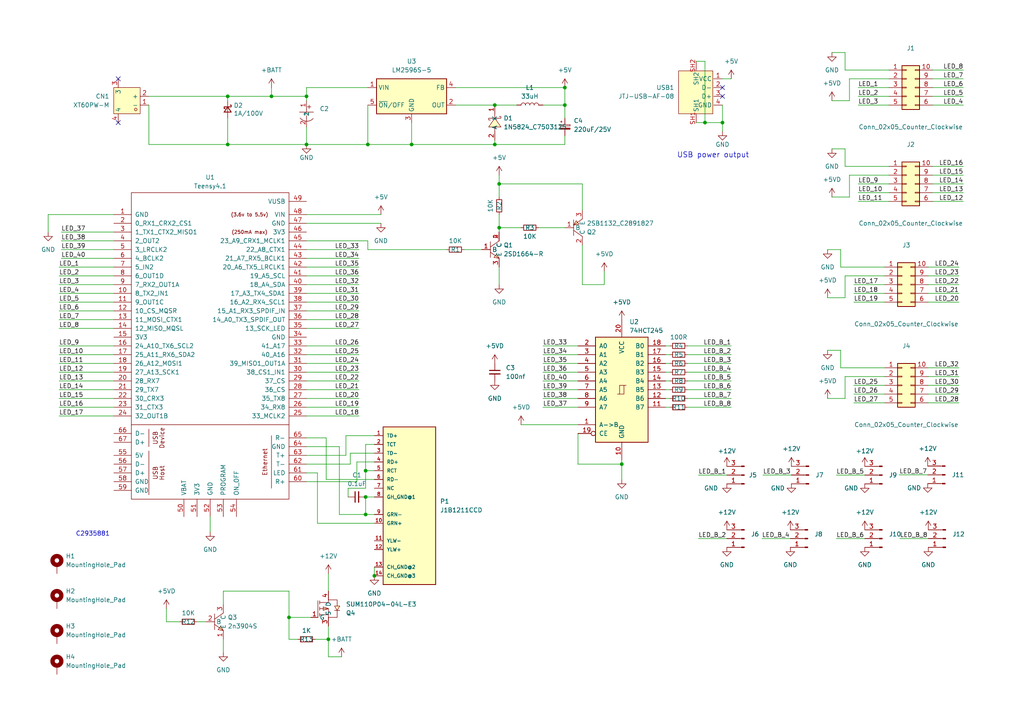
<source format=kicad_sch>
(kicad_sch (version 20231120) (generator "eeschema") (generator_version "8.0")
  (paper "A4")
  (junction (at 209.55 35.56))
  (junction (at 106.68 41.91))
  (junction (at 66.04 27.94))
  (junction (at 163.83 25.4))
  (junction (at 119.38 41.91))
  (junction (at 106.045 144.145))
  (junction (at 144.78 66.04))
  (junction (at 180.34 134.62))
  (junction (at 106.045 136.525))
  (junction (at 144.78 53.34))
  (junction (at 143.51 41.91))
  (junction (at 163.83 30.48))
  (junction (at 108.585 167.005))
  (junction (at 95.25 185.42))
  (junction (at 204.47 35.56))
  (junction (at 83.82 179.07))
  (junction (at 106.045 149.225))
  (junction (at 88.9 41.91))
  (junction (at 143.51 30.48))
  (junction (at 88.9 27.94))
  (junction (at 66.04 41.91))
  (junction (at 78.74 27.94))
  (no_connect (at 34.29 35.56))
  (no_connect (at 209.55 27.94))
  (no_connect (at 209.55 25.4))
  (no_connect (at 34.29 22.86))
  (wire (pts (xy 194.31 115.57) (xy 193.04 115.57)))
  (wire (pts (xy 212.09 105.41) (xy 199.39 105.41)))
  (wire (pts (xy 157.48 105.41) (xy 167.64 105.41)))
  (wire (pts (xy 194.31 105.41) (xy 193.04 105.41)))
  (wire (pts (xy 17.145 100.33) (xy 33.02 100.33)))
  (wire (pts (xy 204.47 35.56) (xy 209.55 35.56)))
  (wire (pts (xy 143.51 41.91) (xy 143.51 40.64)))
  (wire (pts (xy 95.25 190.5) (xy 95.25 185.42)))
  (wire (pts (xy 66.04 34.29) (xy 66.04 41.91)))
  (wire (pts (xy 144.78 66.04) (xy 151.13 66.04)))
  (wire (pts (xy 88.9 100.33) (xy 104.14 100.33)))
  (wire (pts (xy 108.585 133.985) (xy 103.505 133.985)))
  (wire (pts (xy 95.25 166.37) (xy 95.25 171.45)))
  (wire (pts (xy 209.55 38.1) (xy 209.55 35.56)))
  (wire (pts (xy 245.11 109.22) (xy 256.54 109.22)))
  (wire (pts (xy 83.82 171.45) (xy 83.82 179.07)))
  (wire (pts (xy 279.4 53.34) (xy 270.51 53.34)))
  (wire (pts (xy 104.14 82.55) (xy 88.9 82.55)))
  (wire (pts (xy 106.045 141.605) (xy 106.045 136.525)))
  (wire (pts (xy 64.77 171.45) (xy 83.82 171.45)))
  (wire (pts (xy 243.84 77.47) (xy 256.54 77.47)))
  (wire (pts (xy 194.31 113.03) (xy 193.04 113.03)))
  (wire (pts (xy 119.38 41.91) (xy 143.51 41.91)))
  (wire (pts (xy 144.78 66.04) (xy 144.78 67.31)))
  (wire (pts (xy 48.26 176.53) (xy 48.26 180.34)))
  (wire (pts (xy 279.4 58.42) (xy 270.51 58.42)))
  (wire (pts (xy 144.78 77.47) (xy 144.78 82.55)))
  (wire (pts (xy 247.65 116.84) (xy 256.54 116.84)))
  (wire (pts (xy 88.9 129.54) (xy 98.425 129.54)))
  (wire (pts (xy 88.9 132.08) (xy 100.33 132.08)))
  (wire (pts (xy 242.57 156.21) (xy 250.825 156.21)))
  (wire (pts (xy 149.86 30.48) (xy 143.51 30.48)))
  (wire (pts (xy 279.4 50.8) (xy 270.51 50.8)))
  (wire (pts (xy 104.14 90.17) (xy 88.9 90.17)))
  (wire (pts (xy 17.145 90.17) (xy 33.02 90.17)))
  (wire (pts (xy 278.13 116.84) (xy 269.24 116.84)))
  (wire (pts (xy 106.045 136.525) (xy 108.585 136.525)))
  (wire (pts (xy 17.145 95.25) (xy 33.02 95.25)))
  (wire (pts (xy 278.13 114.3) (xy 269.24 114.3)))
  (wire (pts (xy 151.13 123.19) (xy 167.64 123.19)))
  (wire (pts (xy 245.11 15.24) (xy 245.11 20.32)))
  (wire (pts (xy 279.4 20.32) (xy 270.51 20.32)))
  (wire (pts (xy 108.585 149.225) (xy 106.045 149.225)))
  (wire (pts (xy 247.65 114.3) (xy 256.54 114.3)))
  (wire (pts (xy 247.65 82.55) (xy 256.54 82.55)))
  (wire (pts (xy 60.96 154.305) (xy 60.96 149.86)))
  (wire (pts (xy 167.64 125.73) (xy 167.64 134.62)))
  (wire (pts (xy 246.38 50.8) (xy 257.81 50.8)))
  (wire (pts (xy 240.03 86.36) (xy 245.11 86.36)))
  (wire (pts (xy 157.48 30.48) (xy 163.83 30.48)))
  (wire (pts (xy 180.34 139.065) (xy 180.34 134.62)))
  (wire (pts (xy 157.48 118.11) (xy 167.64 118.11)))
  (wire (pts (xy 194.31 110.49) (xy 193.04 110.49)))
  (wire (pts (xy 66.04 41.91) (xy 88.9 41.91)))
  (wire (pts (xy 100.965 141.605) (xy 106.045 141.605)))
  (wire (pts (xy 91.44 185.42) (xy 95.25 185.42)))
  (wire (pts (xy 17.145 82.55) (xy 33.02 82.55)))
  (wire (pts (xy 241.3 15.24) (xy 245.11 15.24)))
  (wire (pts (xy 156.21 66.04) (xy 163.83 66.04)))
  (wire (pts (xy 43.18 30.48) (xy 43.18 41.91)))
  (wire (pts (xy 167.64 134.62) (xy 180.34 134.62)))
  (wire (pts (xy 260.985 156.21) (xy 269.24 156.21)))
  (wire (pts (xy 248.92 58.42) (xy 257.81 58.42)))
  (wire (pts (xy 248.92 30.48) (xy 257.81 30.48)))
  (wire (pts (xy 132.08 25.4) (xy 163.83 25.4)))
  (wire (pts (xy 168.91 71.12) (xy 168.91 82.55)))
  (wire (pts (xy 88.9 77.47) (xy 104.14 77.47)))
  (wire (pts (xy 245.11 86.36) (xy 245.11 80.01)))
  (wire (pts (xy 247.65 87.63) (xy 256.54 87.63)))
  (wire (pts (xy 78.74 27.94) (xy 88.9 27.94)))
  (wire (pts (xy 108.585 128.905) (xy 106.045 128.905)))
  (wire (pts (xy 17.145 113.03) (xy 33.02 113.03)))
  (wire (pts (xy 163.83 25.4) (xy 163.83 30.48)))
  (wire (pts (xy 88.9 74.93) (xy 104.14 74.93)))
  (wire (pts (xy 279.4 48.26) (xy 270.51 48.26)))
  (wire (pts (xy 248.92 25.4) (xy 257.81 25.4)))
  (wire (pts (xy 103.505 139.7) (xy 88.9 139.7)))
  (wire (pts (xy 248.92 55.88) (xy 257.81 55.88)))
  (wire (pts (xy 202.565 156.21) (xy 210.82 156.21)))
  (wire (pts (xy 94.615 127) (xy 94.615 139.065)))
  (wire (pts (xy 104.14 85.09) (xy 88.9 85.09)))
  (wire (pts (xy 240.03 101.6) (xy 243.84 101.6)))
  (wire (pts (xy 157.48 113.03) (xy 167.64 113.03)))
  (wire (pts (xy 98.425 149.225) (xy 106.045 149.225)))
  (wire (pts (xy 157.48 102.87) (xy 167.64 102.87)))
  (wire (pts (xy 157.48 100.33) (xy 167.64 100.33)))
  (wire (pts (xy 43.18 41.91) (xy 66.04 41.91)))
  (wire (pts (xy 245.11 43.18) (xy 245.11 48.26)))
  (wire (pts (xy 278.13 109.22) (xy 269.24 109.22)))
  (wire (pts (xy 242.57 137.795) (xy 250.825 137.795)))
  (wire (pts (xy 201.93 35.56) (xy 204.47 35.56)))
  (wire (pts (xy 33.02 69.85) (xy 17.78 69.85)))
  (wire (pts (xy 78.74 25.4) (xy 78.74 27.94)))
  (wire (pts (xy 212.09 113.03) (xy 199.39 113.03)))
  (wire (pts (xy 99.06 190.5) (xy 95.25 190.5)))
  (wire (pts (xy 279.4 55.88) (xy 270.51 55.88)))
  (wire (pts (xy 13.97 67.31) (xy 13.97 62.23)))
  (wire (pts (xy 101.6 131.445) (xy 101.6 134.62)))
  (wire (pts (xy 103.505 133.985) (xy 103.505 139.7)))
  (wire (pts (xy 247.65 111.76) (xy 256.54 111.76)))
  (wire (pts (xy 202.565 137.795) (xy 210.82 137.795)))
  (wire (pts (xy 240.03 115.57) (xy 245.11 115.57)))
  (wire (pts (xy 119.38 35.56) (xy 119.38 41.91)))
  (wire (pts (xy 88.9 29.21) (xy 88.9 27.94)))
  (wire (pts (xy 168.91 82.55) (xy 175.26 82.55)))
  (wire (pts (xy 144.78 53.34) (xy 144.78 57.15)))
  (wire (pts (xy 106.045 149.225) (xy 106.045 144.145)))
  (wire (pts (xy 17.145 102.87) (xy 33.02 102.87)))
  (wire (pts (xy 163.83 39.37) (xy 163.83 41.91)))
  (wire (pts (xy 83.82 179.07) (xy 90.17 179.07)))
  (wire (pts (xy 163.83 41.91) (xy 143.51 41.91)))
  (wire (pts (xy 88.9 113.03) (xy 104.14 113.03)))
  (wire (pts (xy 119.38 41.91) (xy 106.68 41.91)))
  (wire (pts (xy 278.13 85.09) (xy 269.24 85.09)))
  (wire (pts (xy 88.9 95.25) (xy 104.14 95.25)))
  (wire (pts (xy 278.13 111.76) (xy 269.24 111.76)))
  (wire (pts (xy 201.93 17.78) (xy 204.47 17.78)))
  (wire (pts (xy 134.62 72.39) (xy 139.7 72.39)))
  (wire (pts (xy 241.3 43.18) (xy 245.11 43.18)))
  (wire (pts (xy 17.145 80.01) (xy 33.02 80.01)))
  (wire (pts (xy 144.78 50.8) (xy 144.78 53.34)))
  (wire (pts (xy 212.09 22.86) (xy 209.55 22.86)))
  (wire (pts (xy 157.48 107.95) (xy 167.64 107.95)))
  (wire (pts (xy 33.02 74.93) (xy 17.78 74.93)))
  (wire (pts (xy 17.145 77.47) (xy 33.02 77.47)))
  (wire (pts (xy 212.09 115.57) (xy 199.39 115.57)))
  (wire (pts (xy 245.11 48.26) (xy 257.81 48.26)))
  (wire (pts (xy 241.3 57.15) (xy 246.38 57.15)))
  (wire (pts (xy 88.9 80.01) (xy 104.14 80.01)))
  (wire (pts (xy 163.83 30.48) (xy 163.83 34.29)))
  (wire (pts (xy 17.145 110.49) (xy 33.02 110.49)))
  (wire (pts (xy 17.145 107.95) (xy 33.02 107.95)))
  (wire (pts (xy 88.9 105.41) (xy 104.14 105.41)))
  (wire (pts (xy 143.51 30.48) (xy 132.08 30.48)))
  (wire (pts (xy 88.9 87.63) (xy 104.14 87.63)))
  (wire (pts (xy 209.55 35.56) (xy 209.55 30.48)))
  (wire (pts (xy 220.98 156.21) (xy 229.235 156.21)))
  (wire (pts (xy 212.09 107.95) (xy 199.39 107.95)))
  (wire (pts (xy 106.68 41.91) (xy 106.68 30.48)))
  (wire (pts (xy 83.82 179.07) (xy 83.82 185.42)))
  (wire (pts (xy 240.03 72.39) (xy 243.84 72.39)))
  (wire (pts (xy 278.13 106.68) (xy 269.24 106.68)))
  (wire (pts (xy 278.13 87.63) (xy 269.24 87.63)))
  (wire (pts (xy 17.145 85.09) (xy 33.02 85.09)))
  (wire (pts (xy 17.145 115.57) (xy 33.02 115.57)))
  (wire (pts (xy 246.38 57.15) (xy 246.38 50.8)))
  (wire (pts (xy 212.09 110.49) (xy 199.39 110.49)))
  (wire (pts (xy 64.77 189.23) (xy 64.77 185.42)))
  (wire (pts (xy 100.33 126.365) (xy 108.585 126.365)))
  (wire (pts (xy 94.615 139.065) (xy 108.585 139.065)))
  (wire (pts (xy 279.4 22.86) (xy 270.51 22.86)))
  (wire (pts (xy 168.91 53.34) (xy 168.91 60.96)))
  (wire (pts (xy 157.48 115.57) (xy 167.64 115.57)))
  (wire (pts (xy 106.68 72.39) (xy 129.54 72.39)))
  (wire (pts (xy 212.09 118.11) (xy 199.39 118.11)))
  (wire (pts (xy 92.075 137.16) (xy 88.9 137.16)))
  (wire (pts (xy 95.25 185.42) (xy 95.25 181.61)))
  (wire (pts (xy 101.6 134.62) (xy 88.9 134.62)))
  (wire (pts (xy 17.145 118.11) (xy 33.02 118.11)))
  (wire (pts (xy 88.9 72.39) (xy 104.14 72.39)))
  (wire (pts (xy 98.425 129.54) (xy 98.425 149.225)))
  (wire (pts (xy 17.145 120.65) (xy 33.02 120.65)))
  (wire (pts (xy 33.02 72.39) (xy 17.78 72.39)))
  (wire (pts (xy 168.91 53.34) (xy 144.78 53.34)))
  (wire (pts (xy 260.819 137.7212) (xy 269.074 137.7212)))
  (wire (pts (xy 64.77 171.45) (xy 64.77 175.26)))
  (wire (pts (xy 246.38 22.86) (xy 257.81 22.86)))
  (wire (pts (xy 57.15 180.34) (xy 59.69 180.34)))
  (wire (pts (xy 110.49 64.77) (xy 88.9 64.77)))
  (wire (pts (xy 248.92 27.94) (xy 257.81 27.94)))
  (wire (pts (xy 175.26 82.55) (xy 175.26 78.74)))
  (wire (pts (xy 248.92 53.34) (xy 257.81 53.34)))
  (wire (pts (xy 17.145 105.41) (xy 33.02 105.41)))
  (wire (pts (xy 180.34 134.62) (xy 180.34 133.35)))
  (wire (pts (xy 48.26 180.34) (xy 52.07 180.34)))
  (wire (pts (xy 241.3 29.21) (xy 246.38 29.21)))
  (wire (pts (xy 246.38 29.21) (xy 246.38 22.86)))
  (wire (pts (xy 43.18 27.94) (xy 66.04 27.94)))
  (wire (pts (xy 279.4 30.48) (xy 270.51 30.48)))
  (wire (pts (xy 88.9 36.83) (xy 88.9 41.91)))
  (wire (pts (xy 245.11 115.57) (xy 245.11 109.22)))
  (wire (pts (xy 204.47 17.78) (xy 204.47 35.56)))
  (wire (pts (xy 194.31 107.95) (xy 193.04 107.95)))
  (wire (pts (xy 194.31 118.11) (xy 193.04 118.11)))
  (wire (pts (xy 108.585 164.465) (xy 108.585 167.005)))
  (wire (pts (xy 108.585 144.145) (xy 106.045 144.145)))
  (wire (pts (xy 245.11 20.32) (xy 257.81 20.32)))
  (wire (pts (xy 88.9 115.57) (xy 104.14 115.57)))
  (wire (pts (xy 88.9 69.85) (xy 106.68 69.85)))
  (wire (pts (xy 88.9 110.49) (xy 104.14 110.49)))
  (wire (pts (xy 92.075 151.765) (xy 92.075 137.16)))
  (wire (pts (xy 106.045 128.905) (xy 106.045 136.525)))
  (wire (pts (xy 100.33 132.08) (xy 100.33 126.365)))
  (wire (pts (xy 88.9 107.95) (xy 104.14 107.95)))
  (wire (pts (xy 278.13 80.01) (xy 269.24 80.01)))
  (wire (pts (xy 247.65 85.09) (xy 256.54 85.09)))
  (wire (pts (xy 88.9 102.87) (xy 104.14 102.87)))
  (wire (pts (xy 88.9 118.11) (xy 104.14 118.11)))
  (wire (pts (xy 194.31 102.87) (xy 193.04 102.87)))
  (wire (pts (xy 88.9 127) (xy 94.615 127)))
  (wire (pts (xy 279.4 25.4) (xy 270.51 25.4)))
  (wire (pts (xy 212.09 102.87) (xy 199.39 102.87)))
  (wire (pts (xy 194.31 100.33) (xy 193.04 100.33)))
  (wire (pts (xy 278.13 77.47) (xy 269.24 77.47)))
  (wire (pts (xy 100.965 144.145) (xy 100.965 141.605)))
  (wire (pts (xy 78.74 27.94) (xy 66.04 27.94)))
  (wire (pts (xy 106.68 69.85) (xy 106.68 72.39)))
  (wire (pts (xy 88.9 25.4) (xy 106.68 25.4)))
  (wire (pts (xy 108.585 131.445) (xy 101.6 131.445)))
  (wire (pts (xy 13.97 62.23) (xy 33.02 62.23)))
  (wire (pts (xy 33.02 67.31) (xy 17.78 67.31)))
  (wire (pts (xy 279.4 27.94) (xy 270.51 27.94)))
  (wire (pts (xy 243.84 106.68) (xy 256.54 106.68)))
  (wire (pts (xy 144.78 62.23) (xy 144.78 66.04)))
  (wire (pts (xy 243.84 101.6) (xy 243.84 106.68)))
  (wire (pts (xy 212.09 100.33) (xy 199.39 100.33)))
  (wire (pts (xy 83.82 185.42) (xy 86.36 185.42)))
  (wire (pts (xy 243.84 72.39) (xy 243.84 77.47)))
  (wire (pts (xy 245.11 80.01) (xy 256.54 80.01)))
  (wire (pts (xy 157.48 110.49) (xy 167.64 110.49)))
  (wire (pts (xy 108.585 151.765) (xy 92.075 151.765)))
  (wire (pts (xy 110.49 62.23) (xy 88.9 62.23)))
  (wire (pts (xy 17.145 87.63) (xy 33.02 87.63)))
  (wire (pts (xy 66.04 27.94) (xy 66.04 29.21)))
  (wire (pts (xy 88.9 92.71) (xy 104.14 92.71)))
  (wire (pts (xy 278.13 82.55) (xy 269.24 82.55)))
  (wire (pts (xy 88.9 27.94) (xy 88.9 25.4)))
  (wire (pts (xy 221.286 137.7807) (xy 229.541 137.7807)))
  (wire (pts (xy 104.14 120.65) (xy 88.9 120.65)))
  (wire (pts (xy 17.145 92.71) (xy 33.02 92.71)))
  (wire (pts (xy 88.9 41.91) (xy 106.68 41.91)))
  (text "C2935881" (at 26.924 154.94 0) (effects (font (size 1.27 1.27))))
  (text "USB power output" (at 196.342 45.974 0) (effects (font (size 1.524 1.524)) (justify left bottom)))
  (label "LED_18" (at 104.14 120.65 180))
  (label "LED_13" (at 279.4 55.88 180))
  (label "LED_2" (at 17.145 80.01 0))
  (label "LED_25" (at 247.65 111.76 0))
  (label "LED_19" (at 104.14 118.11 180))
  (label "LED_39" (at 17.78 72.39 0))
  (label "LED_26" (at 104.14 100.33 180))
  (label "LED_5" (at 17.145 87.63 0))
  (label "LED_20" (at 278.13 87.63 180))
  (label "LED_5" (at 279.4 27.94 180))
  (label "LED_7" (at 17.145 92.71 0))
  (label "LED_9" (at 248.92 53.34 0))
  (label "LED_23" (at 278.13 80.01 180))
  (label "LED_29" (at 104.14 90.17 180))
  (label "LED_4" (at 17.145 85.09 0))
  (label "LED_B_6" (at 212.09 113.03 180))
  (label "LED_19" (at 247.65 87.63 0))
  (label "LED_4" (at 279.4 30.48 180))
  (label "LED_3" (at 17.145 82.55 0))
  (label "LED_B_4" (at 212.09 107.95 180))
  (label "LED_12" (at 279.4 58.42 180))
  (label "LED_24" (at 104.14 105.41 180))
  (label "LED_6" (at 279.4 25.4 180))
  (label "LED_27" (at 104.14 95.25 180))
  (label "LED_B_1" (at 202.565 137.795 0))
  (label "LED_36" (at 104.14 80.01 180))
  (label "LED_8" (at 279.4 20.32 180))
  (label "LED_11" (at 17.145 105.41 0))
  (label "LED_30" (at 278.13 111.76 180))
  (label "LED_33" (at 104.14 72.39 180))
  (label "LED_6" (at 17.145 90.17 0))
  (label "LED_28" (at 278.13 116.84 180))
  (label "LED_38" (at 157.48 115.57 0))
  (label "LED_B_7" (at 260.819 137.7212 0))
  (label "LED_35" (at 104.14 77.47 180))
  (label "LED_17" (at 247.65 82.55 0))
  (label "LED_35" (at 157.48 105.41 0))
  (label "LED_24" (at 278.13 77.47 180))
  (label "LED_14" (at 279.4 53.34 180))
  (label "LED_39" (at 157.48 113.03 0))
  (label "LED_9" (at 17.145 100.33 0))
  (label "LED_11" (at 248.92 58.42 0))
  (label "LED_B_5" (at 212.09 110.49 180))
  (label "LED_B_2" (at 202.565 156.21 0))
  (label "LED_34" (at 157.48 102.87 0))
  (label "LED_29" (at 278.13 114.3 180))
  (label "LED_21" (at 104.14 113.03 180))
  (label "LED_18" (at 247.65 85.09 0))
  (label "LED_B_8" (at 212.09 118.11 180))
  (label "LED_21" (at 278.13 85.09 180))
  (label "LED_13" (at 17.145 110.49 0))
  (label "LED_1" (at 17.145 77.47 0))
  (label "LED_32" (at 278.13 106.68 180))
  (label "LED_B_2" (at 212.09 102.87 180))
  (label "LED_B_8" (at 260.985 156.21 0))
  (label "LED_38" (at 17.78 69.85 0))
  (label "LED_17" (at 17.145 120.65 0))
  (label "LED_10" (at 17.145 102.87 0))
  (label "LED_14" (at 17.145 113.03 0))
  (label "LED_B_3" (at 212.09 105.41 180))
  (label "LED_36" (at 157.48 107.95 0))
  (label "LED_25" (at 104.14 102.87 180))
  (label "LED_12" (at 17.145 107.95 0))
  (label "LED_23" (at 104.14 107.95 180))
  (label "LED_16" (at 17.145 118.11 0))
  (label "LED_15" (at 279.4 50.8 180))
  (label "LED_7" (at 279.4 22.86 180))
  (label "LED_20" (at 104.14 115.57 180))
  (label "LED_27" (at 247.65 116.84 0))
  (label "LED_3" (at 248.92 30.48 0))
  (label "LED_37" (at 157.48 118.11 0))
  (label "LED_16" (at 279.4 48.26 180))
  (label "LED_34" (at 104.14 74.93 180))
  (label "LED_30" (at 104.14 87.63 180))
  (label "LED_33" (at 157.48 100.33 0))
  (label "LED_B_1" (at 212.09 100.33 180))
  (label "LED_31" (at 104.14 85.09 180))
  (label "LED_B_3" (at 221.286 137.7807 0))
  (label "LED_B_6" (at 242.57 156.21 0))
  (label "LED_40" (at 157.48 110.49 0))
  (label "LED_1" (at 248.92 25.4 0))
  (label "LED_B_5" (at 242.57 137.795 0))
  (label "LED_B_4" (at 220.98 156.21 0))
  (label "LED_31" (at 278.13 109.22 180))
  (label "LED_10" (at 248.92 55.88 0))
  (label "LED_B_7" (at 212.09 115.57 180))
  (label "LED_32" (at 104.14 82.55 180))
  (label "LED_40" (at 17.78 74.93 0))
  (label "LED_26" (at 247.65 114.3 0))
  (label "LED_22" (at 104.14 110.49 180))
  (label "LED_15" (at 17.145 115.57 0))
  (label "LED_28" (at 104.14 92.71 180))
  (label "LED_22" (at 278.13 82.55 180))
  (label "LED_8" (at 17.145 95.25 0))
  (label "LED_2" (at 248.92 27.94 0))
  (label "LED_37" (at 17.78 67.31 0))
  (symbol (lib_id "Regulator_Switching:LM2596S-5") (at 119.38 27.94 0) (unit 1)
    (property "Reference" "U3" (at 119.38 17.78 0))
    (property "Value" "LM2596S-5" (at 119.38 20.32 0))
    (property "Footprint" "Package_TO_SOT_SMD:TO-263-5_TabPin3" (effects (hide yes)))
    (property "Datasheet" "http://www.ti.com/lit/ds/symlink/lm2596.pdf" (effects (hide yes)))
  )
  (symbol (lib_id "power:GND") (at 108.585 167.005 0) (unit 1)
    (property "Reference" "#PWR09" (effects (hide yes)))
    (property "Value" "GND" (at 108.585 172.085 0))
  )
  (symbol (lib_id "power:+BATT") (at 78.74 25.4 0) (unit 1)
    (property "Reference" "#PWR018" (effects (hide yes)))
    (property "Value" "+BATT" (at 78.74 20.32 0))
  )
  (symbol (lib_id "power:GND") (at 143.51 110.49 0) (unit 1)
    (property "Reference" "#PWR022" (effects (hide yes)))
    (property "Value" "GND" (at 143.51 115.57 0))
  )
  (symbol (lib_id "power:GND") (at 180.34 139.065 0) (unit 1)
    (property "Reference" "#PWR025" (effects (hide yes)))
    (property "Value" "GND" (at 180.34 144.145 0))
  )
  (symbol (lib_id "easyeda2kicad:2n3904S-RTK_PS_C18536") (at 62.23 180.34 0) (unit 1)
    (property "Reference" "Q3" (at 66.04 179.0699 0) (effects (justify left)))
    (property "Value" "2n3904S" (at 66.04 181.6099 0) (effects (justify left)))
    (property "Footprint" "easyeda2kicad:SOT-23-3_L2.9-W1.3-P1.90-LS2.4-TR" (effects (hide yes)))
    (property "Datasheet" "https://lcsc.com/product-detail/Transistors-NPN-PNP_KEC_2n3904S-RTK-P_2n3904S-RTK-P_C18536.html" (effects (hide yes)))
    (property "LCSC Part" "C18536" (effects (hide yes)))
  )
  (symbol (lib_id "Device:R_Small") (at 196.85 102.87 90) (unit 1)
    (property "Reference" "R5" (at 196.85 102.87 90))
    (property "Value" "100R" (effects (hide yes)))
    (property "Footprint" "Resistor_SMD:R_0603_1608Metric" (effects (hide yes)))
  )
  (symbol (lib_id "Connector:Conn_01x03_Pin") (at 274.154 137.7212 180) (unit 1)
    (property "Reference" "J11" (at 276.059 137.7211 0) (effects (justify right)))
    (property "Value" "Conn_01x03_Pin" (effects (hide yes)))
    (property "Footprint" "Connector_PinSocket_2.54mm:PinSocket_1x03_P2.54mm_Vertical" (effects (hide yes)))
  )
  (symbol (lib_id "power:GND") (at 60.96 154.305 0) (unit 1)
    (property "Reference" "#PWR04" (effects (hide yes)))
    (property "Value" "GND" (at 60.96 159.385 0))
  )
  (symbol (lib_id "power:+5VD") (at 151.13 123.19 0) (unit 1)
    (property "Reference" "#PWR023" (effects (hide yes)))
    (property "Value" "+5VD" (at 151.13 118.11 0))
  )
  (symbol (lib_id "power:GND") (at 210.82 158.75 0) (unit 1)
    (property "Reference" "#PWR029" (effects (hide yes)))
    (property "Value" "GND" (at 210.82 163.83 0))
  )
  (symbol (lib_id "J1B1211CCD:J1B1211CCD") (at 118.745 146.685 0) (unit 1)
    (property "Reference" "P1" (at 127.635 145.415 0) (effects (justify left)))
    (property "Value" "J1B1211CCD" (at 127.635 147.955 0) (effects (justify left)))
    (property "Footprint" "easyeda2kicad:RJ45-TH_J1B1211CCD" (effects (hide yes)))
    (property "Description" "\n1 Port RJ45 Magjack Connector Through Hole 10/100 Base-T, AutoMDIX\n" (effects (hide yes)))
    (property "MF" "WIZnet" (effects (hide yes)))
    (property "Purchase-URL" "https://www.snapeda.com/api/url_track_click_mouser/?unipart_id=4792154&manufacturer=WIZnet&part_name=J1B1211CCD&search_term=None" (effects (hide yes)))
    (property "Package" "None" (effects (hide yes)))
    (property "Price" "None" (effects (hide yes)))
    (property "Check_prices" "https://www.snapeda.com/parts/J1B1211CCD/WIZnet/view-part/?ref=eda" (effects (hide yes)))
    (property "SnapEDA_Link" "https://www.snapeda.com/parts/J1B1211CCD/WIZnet/view-part/?ref=snap" (effects (hide yes)))
    (property "MP" "J1B1211CCD" (effects (hide yes)))
    (property "Availability" "In Stock" (effects (hide yes)))
    (property "LCSC Part" "C910371" (effects (hide yes)))
  )
  (symbol (lib_id "easyeda2kicad:2SB1132_C2891827") (at 168.91 66.04 0) (mirror x) (unit 1)
    (property "Reference" "Q2" (at 170.18 67.3101 0) (effects (justify left)))
    (property "Value" "2SB1132_C2891827" (at 170.18 64.7701 0) (effects (justify left)))
    (property "Footprint" "easyeda2kicad:SOT-89-3_L4.5-W2.5-P1.50-LS4.0-BR" (effects (hide yes)))
    (property "LCSC Part" "C2891827" (effects (hide yes)))
  )
  (symbol (lib_id "Device:C_Small") (at 103.505 144.145 90) (unit 1)
    (property "Reference" "C1" (at 103.5113 137.795 90))
    (property "Value" "0.1uF" (at 103.5113 140.335 90))
    (property "Footprint" "easyeda2kicad:CAP-TH_L3.8-W2.5-P2.50-D0.51" (effects (hide yes)))
    (property "LCSC Part" "C575458" (effects (hide yes)))
  )
  (symbol (lib_id "power:+12V") (at 269.074 135.1812 0) (unit 1)
    (property "Reference" "#PWR039" (effects (hide yes)))
    (property "Value" "+12V" (at 269.074 130.1012 0))
  )
  (symbol (lib_id "power:+5V") (at 144.78 50.8 0) (unit 1)
    (property "Reference" "#PWR017" (effects (hide yes)))
    (property "Value" "+5V" (at 144.78 45.72 0))
  )
  (symbol (lib_id "Device:R_Small") (at 132.08 72.39 90) (unit 1)
    (property "Reference" "R1" (at 132.08 72.39 90))
    (property "Value" "10K" (at 132.08 69.85 90))
    (property "Footprint" "Resistor_SMD:R_0603_1608Metric" (effects (hide yes)))
  )
  (symbol (lib_id "power:GND") (at 269.24 158.75 0) (unit 1)
    (property "Reference" "#PWR042" (effects (hide yes)))
    (property "Value" "GND" (at 269.24 163.83 0))
  )
  (symbol (lib_id "Connector:Conn_01x03_Pin") (at 234.315 156.21 180) (unit 1)
    (property "Reference" "J8" (at 236.22 154.94 0) (effects (justify right)))
    (property "Value" "Conn_01x03_Pin" (effects (hide yes)))
    (property "Footprint" "Connector_PinSocket_2.54mm:PinSocket_1x03_P2.54mm_Vertical" (effects (hide yes)))
  )
  (symbol (lib_id "power:+5V") (at 110.49 62.23 0) (unit 1)
    (property "Reference" "#PWR07" (effects (hide yes)))
    (property "Value" "+5V" (at 110.49 57.15 0))
  )
  (symbol (lib_id "Connector:Conn_01x03_Pin") (at 234.621 137.7807 180) (unit 1)
    (property "Reference" "J7" (at 236.526 137.7806 0) (effects (justify right)))
    (property "Value" "Conn_01x03_Pin" (effects (hide yes)))
    (property "Footprint" "Connector_PinSocket_2.54mm:PinSocket_1x03_P2.54mm_Vertical" (effects (hide yes)))
  )
  (symbol (lib_id "power:+5VD") (at 240.03 115.57 0) (unit 1)
    (property "Reference" "#PWR015" (effects (hide yes)))
    (property "Value" "+5VD" (at 240.03 110.49 0))
  )
  (symbol (lib_id "power:+12V") (at 269.24 153.67 0) (unit 1)
    (property "Reference" "#PWR041" (effects (hide yes)))
    (property "Value" "+12V" (at 269.24 148.59 0))
  )
  (symbol (lib_id "power:+12V") (at 210.82 135.255 0) (unit 1)
    (property "Reference" "#PWR026" (effects (hide yes)))
    (property "Value" "+12V" (at 210.82 130.81 0))
  )
  (symbol (lib_id "Device:R_Small") (at 54.61 180.34 90) (unit 1)
    (property "Reference" "R12" (at 54.61 180.34 90))
    (property "Value" "10K" (at 54.61 177.8 90))
    (property "Footprint" "Resistor_SMD:R_0603_1608Metric" (effects (hide yes)))
  )
  (symbol (lib_id "power:+12V") (at 229.541 135.2407 0) (unit 1)
    (property "Reference" "#PWR030" (effects (hide yes)))
    (property "Value" "+12V" (at 229.541 130.1607 0))
  )
  (symbol (lib_id "teensy:Teensy4.1") (at 60.96 116.84 0) (unit 1)
    (property "Reference" "U1" (at 60.96 51.435 0))
    (property "Value" "Teensy4.1" (at 60.96 53.975 0))
    (property "Footprint" "teensy.pretty-master:Teensy41" (effects (hide yes)))
    (property "LCSC Part" "C2935881" (effects (hide yes)))
  )
  (symbol (lib_id "Mechanical:MountingHole_Pad") (at 16.51 173.99 0) (unit 1)
    (property "Reference" "H2" (at 19.05 171.45 0) (effects (justify left)))
    (property "Value" "MountingHole_Pad" (at 19.05 173.99 0) (effects (justify left)))
    (property "Footprint" "MountingHole:MountingHole_3.2mm_M3_DIN965_Pad_TopOnly" (effects (hide yes)))
  )
  (symbol (lib_id "Connector:Conn_01x03_Pin") (at 255.905 156.21 180) (unit 1)
    (property "Reference" "J10" (at 257.81 154.94 0) (effects (justify right)))
    (property "Value" "Conn_01x03_Pin" (effects (hide yes)))
    (property "Footprint" "Connector_PinSocket_2.54mm:PinSocket_1x03_P2.54mm_Vertical" (effects (hide yes)))
  )
  (symbol (lib_id "power:+12V") (at 250.825 153.67 0) (unit 1)
    (property "Reference" "#PWR037" (effects (hide yes)))
    (property "Value" "+12V" (at 250.825 148.59 0))
  )
  (symbol (lib_id "Connector_Generic:Conn_02x05_Counter_Clockwise") (at 262.89 53.34 0) (unit 1)
    (property "Reference" "J2" (at 264.16 41.91 0))
    (property "Value" "Conn_02x05_Counter_Clockwise" (at 264.16 64.77 0))
    (property "Footprint" "Connector_IDC:IDC-Header_2x05_P2.54mm_Vertical" (effects (hide yes)))
  )
  (symbol (lib_id "easyeda2kicad:2SD1664-R") (at 142.24 72.39 0) (unit 1)
    (property "Reference" "Q1" (at 146.05 71.12 0) (effects (justify left)))
    (property "Value" "2SD1664-R" (at 146.05 73.66 0) (effects (justify left)))
    (property "Footprint" "easyeda2kicad:SOT-89-4_L4.5-W2.5-P1.50-LS4.2-BR" (effects (hide yes)))
    (property "Datasheet" "https://lcsc.com/product-detail/New-Arrivals_KEXIN-2SD1664-R_C489328.html" (effects (hide yes)))
    (property "LCSC Part" "C489328" (effects (hide yes)))
  )
  (symbol (lib_id "power:GND") (at 13.97 67.31 0) (unit 1)
    (property "Reference" "#PWR01" (effects (hide yes)))
    (property "Value" "GND" (at 13.97 72.39 0))
  )
  (symbol (lib_id "power:GND") (at 250.825 140.335 0) (unit 1)
    (property "Reference" "#PWR036" (effects (hide yes)))
    (property "Value" "GND" (at 248.92 141.6049 0) (effects (justify right)))
  )
  (symbol (lib_id "power:GND") (at 241.3 43.18 0) (unit 1)
    (property "Reference" "#PWR010" (effects (hide yes)))
    (property "Value" "GND" (at 241.3 48.26 0))
  )
  (symbol (lib_id "power:+5VD") (at 143.51 105.41 0) (unit 1)
    (property "Reference" "#PWR021" (effects (hide yes)))
    (property "Value" "+5VD" (at 143.51 100.33 0))
  )
  (symbol (lib_id "Connector:Conn_01x03_Pin") (at 215.9 156.21 180) (unit 1)
    (property "Reference" "J6" (at 217.805 154.94 0) (effects (justify right)))
    (property "Value" "Conn_01x03_Pin" (effects (hide yes)))
    (property "Footprint" "Connector_PinSocket_2.54mm:PinSocket_1x03_P2.54mm_Vertical" (effects (hide yes)))
  )
  (symbol (lib_id "power:GND") (at 64.77 189.23 0) (unit 1)
    (property "Reference" "#PWR045" (effects (hide yes)))
    (property "Value" "GND" (at 64.77 194.31 0))
  )
  (symbol (lib_id "Connector:Conn_01x03_Pin") (at 274.32 156.21 180) (unit 1)
    (property "Reference" "J12" (at 276.225 154.94 0) (effects (justify right)))
    (property "Value" "Conn_01x03_Pin" (effects (hide yes)))
    (property "Footprint" "Connector_PinSocket_2.54mm:PinSocket_1x03_P2.54mm_Vertical" (effects (hide yes)))
  )
  (symbol (lib_id "power:GND") (at 110.49 64.77 0) (unit 1)
    (property "Reference" "#PWR08" (effects (hide yes)))
    (property "Value" "GND" (at 110.49 69.85 0))
  )
  (symbol (lib_id "Device:L") (at 153.67 30.48 90) (unit 1)
    (property "Reference" "L1" (at 153.67 25.4 90))
    (property "Value" "33uH" (at 153.67 27.94 90))
    (property "Footprint" "Inductor_SMD:L_12x12mm_H6mm" (effects (hide yes)))
  )
  (symbol (lib_id "Connector:Conn_01x03_Pin") (at 215.9 137.795 180) (unit 1)
    (property "Reference" "J5" (at 217.17 137.7949 0) (effects (justify right)))
    (property "Value" "Conn_01x03_Pin" (effects (hide yes)))
    (property "Footprint" "Connector_PinSocket_2.54mm:PinSocket_1x03_P2.54mm_Vertical" (effects (hide yes)))
  )
  (symbol (lib_id "Device:R_Small") (at 196.85 118.11 90) (unit 1)
    (property "Reference" "R11" (at 196.85 118.11 90))
    (property "Value" "100R" (effects (hide yes)))
    (property "Footprint" "Resistor_SMD:R_0603_1608Metric" (effects (hide yes)))
  )
  (symbol (lib_id "power:+5V") (at 212.09 22.86 0) (unit 1)
    (property "Reference" "#PWR05" (effects (hide yes)))
    (property "Value" "+5V" (at 212.09 17.78 0))
  )
  (symbol (lib_id "easyeda2kicad:JTJ-USB-AF-08") (at 204.47 27.94 0) (unit 1)
    (property "Reference" "USB1" (at 195.58 25.4 0) (effects (justify right)))
    (property "Value" "JTJ-USB-AF-08" (at 195.58 27.94 0) (effects (justify right)))
    (property "Footprint" "easyeda2kicad:USB-A-TH__USB-AF-90" (effects (hide yes)))
    (property "Datasheet" "https://lcsc.com/product-detail/USB-Connectors_Jing-Extension-of-the-Electronic-Co-LCSC-USB-A-F-900-Ordinary-buckle-Cracked-feet-Not-high-temperature_C2345.html" (effects (hide yes)))
    (property "LCSC Part" "C2345" (effects (hide yes)))
  )
  (symbol (lib_id "power:GND") (at 210.82 140.335 0) (unit 1)
    (property "Reference" "#PWR027" (effects (hide yes)))
    (property "Value" "GND" (at 208.28 141.6049 0) (effects (justify right)))
  )
  (symbol (lib_id "power:+5VD") (at 175.26 78.74 0) (unit 1)
    (property "Reference" "#PWR016" (effects (hide yes)))
    (property "Value" "+5VD" (at 175.26 73.66 0))
  )
  (symbol (lib_id "easyeda2kicad:SUM110P04-04L-E3") (at 95.25 176.53 0) (mirror x) (unit 1)
    (property "Reference" "Q4" (at 100.33 177.8001 0) (effects (justify left)))
    (property "Value" "SUM110P04-04L-E3" (at 100.33 175.2601 0) (effects (justify left)))
    (property "Footprint" "easyeda2kicad:TO-263-2_L10.1-W9.1-P5.08-LS15.2-TL-1" (effects (hide yes)))
    (property "Datasheet" "https://lcsc.com/product-detail/Others_Vishay-Intertech_SUM110P04-04L-E3_Vishay-Intertech-SUM110P04-04L-E3_C222440.html" (effects (hide yes)))
    (property "LCSC Part" "C222440" (effects (hide yes)))
  )
  (symbol (lib_id "Device:R_Small") (at 196.85 115.57 90) (unit 1)
    (property "Reference" "R10" (at 196.85 115.57 90))
    (property "Value" "100R" (effects (hide yes)))
    (property "Footprint" "Resistor_SMD:R_0603_1608Metric" (effects (hide yes)))
  )
  (symbol (lib_id "power:GND") (at 144.78 82.55 0) (unit 1)
    (property "Reference" "#PWR020" (effects (hide yes)))
    (property "Value" "GND" (at 144.78 87.63 0))
  )
  (symbol (lib_id "Device:C_Polarized_Small") (at 163.83 36.83 0) (unit 1)
    (property "Reference" "C4" (at 166.37 35.0139 0) (effects (justify left)))
    (property "Value" "220uF/25V" (at 166.37 37.5539 0) (effects (justify left)))
    (property "Footprint" "Capacitor_SMD:CP_Elec_8x10" (effects (hide yes)))
    (property "LCSC Part" "C3353" (effects (hide yes)))
  )
  (symbol (lib_id "Device:R_Small") (at 196.85 107.95 90) (unit 1)
    (property "Reference" "R7" (at 196.85 107.95 90))
    (property "Value" "100R" (effects (hide yes)))
    (property "Footprint" "Resistor_SMD:R_0603_1608Metric" (effects (hide yes)))
  )
  (symbol (lib_id "74xx:74HC245") (at 180.34 113.03 0) (unit 1)
    (property "Reference" "U2" (at 182.5341 93.345 0) (effects (justify left)))
    (property "Value" "74HCT245" (at 182.5341 95.885 0) (effects (justify left)))
    (property "Footprint" "Package_SO:TSSOP-20_4.4x6.5mm_P0.65mm" (effects (hide yes)))
    (property "Datasheet" "http://www.ti.com/lit/gpn/sn74HCT245" (effects (hide yes)))
  )
  (symbol (lib_id "power:+BATT") (at 99.06 190.5 0) (unit 1)
    (property "Reference" "#PWR044" (effects (hide yes)))
    (property "Value" "+BATT" (at 99.06 185.42 0))
  )
  (symbol (lib_id "power:+12V") (at 250.825 135.255 0) (unit 1)
    (property "Reference" "#PWR035" (effects (hide yes)))
    (property "Value" "+12V" (at 250.825 130.81 0))
  )
  (symbol (lib_id "power:+5VD") (at 180.34 92.71 0) (unit 1)
    (property "Reference" "#PWR024" (effects (hide yes)))
    (property "Value" "+5VD" (at 180.34 87.63 0))
  )
  (symbol (lib_id "power:+5VD") (at 48.26 176.53 0) (unit 1)
    (property "Reference" "#PWR043" (effects (hide yes)))
    (property "Value" "+5VD" (at 48.26 171.45 0))
  )
  (symbol (lib_id "easyeda2kicad:RVT1H221M1010-C3358") (at 88.9 33.02 0) (unit 1)
    (property "Reference" "C2" (at 92.71 31.5526 0) (effects (justify left)))
    (property "Value" "RVT1H221M1010-C3358" (effects (hide yes)))
    (property "Footprint" "easyeda2kicad:CAP-SMD_BD10.0-L10.3-W10.3-LS11.3-FD" (effects (hide yes)))
    (property "Datasheet" "https://lcsc.com/product-detail/Aluminum-Electrolytic-Capacitors-SMD_220uF-50V_C3358.html" (effects (hide yes)))
    (property "LCSC Part" "C3358" (effects (hide yes)))
  )
  (symbol (lib_id "power:+12V") (at 210.82 153.67 0) (unit 1)
    (property "Reference" "#PWR028" (effects (hide yes)))
    (property "Value" "+12V" (at 210.82 148.59 0))
  )
  (symbol (lib_id "Device:R_Small") (at 196.85 105.41 90) (unit 1)
    (property "Reference" "R6" (at 196.85 105.41 90))
    (property "Value" "100R" (effects (hide yes)))
    (property "Footprint" "Resistor_SMD:R_0603_1608Metric" (effects (hide yes)))
  )
  (symbol (lib_id "Device:R_Small") (at 88.9 185.42 90) (unit 1)
    (property "Reference" "R13" (at 88.9 185.42 90))
    (property "Value" "1K" (at 88.9 182.88 90))
    (property "Footprint" "Resistor_SMD:R_0603_1608Metric" (effects (hide yes)))
  )
  (symbol (lib_id "Device:R_Small") (at 196.85 113.03 90) (unit 1)
    (property "Reference" "R9" (at 196.85 113.03 90))
    (property "Value" "100R" (effects (hide yes)))
    (property "Footprint" "Resistor_SMD:R_0603_1608Metric" (effects (hide yes)))
  )
  (symbol (lib_id "Mechanical:MountingHole_Pad") (at 16.51 184.15 0) (unit 1)
    (property "Reference" "H3" (at 19.05 181.61 0) (effects (justify left)))
    (property "Value" "MountingHole_Pad" (at 19.05 184.15 0) (effects (justify left)))
    (property "Footprint" "MountingHole:MountingHole_3.2mm_M3_DIN965_Pad_TopOnly" (effects (hide yes)))
  )
  (symbol (lib_id "Connector_Generic:Conn_02x05_Counter_Clockwise") (at 261.62 82.55 0) (unit 1)
    (property "Reference" "J3" (at 262.89 71.12 0))
    (property "Value" "Conn_02x05_Counter_Clockwise" (at 262.89 93.98 0))
    (property "Footprint" "Connector_IDC:IDC-Header_2x05_P2.54mm_Vertical" (effects (hide yes)))
  )
  (symbol (lib_id "Connector_Generic:Conn_02x05_Counter_Clockwise") (at 261.62 111.76 0) (unit 1)
    (property "Reference" "J4" (at 262.89 100.33 0))
    (property "Value" "Conn_02x05_Counter_Clockwise" (at 262.89 123.19 0))
    (property "Footprint" "Connector_IDC:IDC-Header_2x05_P2.54mm_Vertical" (effects (hide yes)))
  )
  (symbol (lib_id "power:+5VD") (at 241.3 57.15 0) (unit 1)
    (property "Reference" "#PWR011" (effects (hide yes)))
    (property "Value" "+5VD" (at 241.3 52.07 0))
  )
  (symbol (lib_id "power:GND") (at 209.55 38.1 0) (unit 1)
    (property "Reference" "#PWR032" (effects (hide yes)))
    (property "Value" "GND" (at 209.55 41.91 0))
  )
  (symbol (lib_id "power:GND") (at 250.825 158.75 0) (unit 1)
    (property "Reference" "#PWR038" (effects (hide yes)))
    (property "Value" "GND" (at 250.825 163.83 0))
  )
  (symbol (lib_id "power:GND") (at 269.074 140.2612 0) (unit 1)
    (property "Reference" "#PWR040" (effects (hide yes)))
    (property "Value" "GND" (at 267.169 141.5311 0) (effects (justify right)))
  )
  (symbol (lib_id "Connector_Generic:Conn_02x05_Counter_Clockwise") (at 262.89 25.4 0) (unit 1)
    (property "Reference" "J1" (at 264.16 13.97 0))
    (property "Value" "Conn_02x05_Counter_Clockwise" (at 264.16 36.83 0))
    (property "Footprint" "Connector_IDC:IDC-Header_2x05_P2.54mm_Vertical" (effects (hide yes)))
  )
  (symbol (lib_id "Mechanical:MountingHole_Pad") (at 16.51 193.04 0) (unit 1)
    (property "Reference" "H4" (at 19.05 190.5 0) (effects (justify left)))
    (property "Value" "MountingHole_Pad" (at 19.05 193.04 0) (effects (justify left)))
    (property "Footprint" "MountingHole:MountingHole_3.2mm_M3_DIN965_Pad_TopOnly" (effects (hide yes)))
  )
  (symbol (lib_id "easyeda2kicad:1N5824_C7503125") (at 143.51 35.56 270) (unit 1)
    (property "Reference" "D1" (at 146.05 34.29 90) (effects (justify left)))
    (property "Value" "1N5824_C7503125" (at 146.05 36.83 90) (effects (justify left)))
    (property "Footprint" "easyeda2kicad:DO-27_BD5.3-L8.4-P12.40-D1.3-RD" (effects (hide yes)))
    (property "LCSC Part" "C7503125" (effects (hide yes)))
  )
  (symbol (lib_id "Device:R_Small") (at 153.67 66.04 270) (unit 1)
    (property "Reference" "R3" (at 153.67 66.04 90))
    (property "Value" "10K" (at 153.67 68.58 90))
    (property "Footprint" "Resistor_SMD:R_0603_1608Metric" (effects (hide yes)))
  )
  (symbol (lib_id "power:+12V") (at 95.25 166.37 0) (unit 1)
    (property "Reference" "#PWR046" (effects (hide yes)))
    (property "Value" "+12V" (at 95.25 161.29 0))
  )
  (symbol (lib_id "Mechanical:MountingHole_Pad") (at 16.51 163.83 0) (unit 1)
    (property "Reference" "H1" (at 19.05 161.29 0) (effects (justify left)))
    (property "Value" "MountingHole_Pad" (at 19.05 163.83 0) (effects (justify left)))
    (property "Footprint" "MountingHole:MountingHole_3.2mm_M3_DIN965_Pad_TopOnly" (effects (hide yes)))
  )
  (symbol (lib_id "power:GND") (at 229.235 158.75 0) (unit 1)
    (property "Reference" "#PWR034" (effects (hide yes)))
    (property "Value" "GND" (at 229.235 163.83 0))
  )
  (symbol (lib_id "power:GND") (at 229.541 140.3207 0) (unit 1)
    (property "Reference" "#PWR031" (effects (hide yes)))
    (property "Value" "GND" (at 227.636 141.5906 0) (effects (justify right)))
  )
  (symbol (lib_id "Device:R_Small") (at 144.78 59.69 180) (unit 1)
    (property "Reference" "R2" (at 144.78 59.69 90))
    (property "Value" "10K" (at 142.24 59.69 90))
    (property "Footprint" "Resistor_SMD:R_0603_1608Metric" (effects (hide yes)))
  )
  (symbol (lib_id "power:GND") (at 240.03 101.6 0) (unit 1)
    (property "Reference" "#PWR014" (effects (hide yes)))
    (property "Value" "GND" (at 240.03 106.68 0))
  )
  (symbol (lib_id "power:GND") (at 240.03 72.39 0) (unit 1)
    (property "Reference" "#PWR012" (effects (hide yes)))
    (property "Value" "GND" (at 240.03 77.47 0))
  )
  (symbol (lib_id "Device:D_Schottky_Small") (at 66.04 31.75 270) (unit 1)
    (property "Reference" "D2" (at 67.7672 30.5816 90) (effects (justify left)))
    (property "Value" "1A/100V" (at 67.7672 32.893 90) (effects (justify left)))
    (property "Footprint" "Diode_SMD:D_SMA" (effects (hide yes)))
    (property "LCSC" "C14996" (effects (hide yes)))
  )
  (symbol (lib_id "power:GND") (at 88.9 41.91 0) (unit 1)
    (property "Reference" "#PWR019" (effects (hide yes)))
    (property "Value" "GND" (at 88.9 45.72 0))
  )
  (symbol (lib_id "Device:R_Small") (at 196.85 110.49 90) (unit 1)
    (property "Reference" "R8" (at 196.85 110.49 90))
    (property "Value" "100R" (effects (hide yes)))
    (property "Footprint" "Resistor_SMD:R_0603_1608Metric" (effects (hide yes)))
  )
  (symbol (lib_id "power:+12V") (at 229.235 153.67 0) (unit 1)
    (property "Reference" "#PWR033" (effects (hide yes)))
    (property "Value" "+12V" (at 229.235 148.59 0))
  )
  (symbol (lib_id "Device:C_Small") (at 143.51 107.95 0) (unit 1)
    (property "Reference" "C3" (at 146.685 106.6863 0) (effects (justify left)))
    (property "Value" "100nf" (at 146.685 109.2263 0) (effects (justify left)))
    (property "Footprint" "Capacitor_SMD:C_0805_2012Metric_Pad1.18x1.45mm_HandSolder" (effects (hide yes)))
    (property "LCSC" "C14663" (effects (hide yes)))
  )
  (symbol (lib_id "Connector:Conn_01x03_Pin") (at 255.905 137.795 180) (unit 1)
    (property "Reference" "J9" (at 257.81 137.7949 0) (effects (justify right)))
    (property "Value" "Conn_01x03_Pin" (effects (hide yes)))
    (property "Footprint" "Connector_PinSocket_2.54mm:PinSocket_1x03_P2.54mm_Vertical" (effects (hide yes)))
  )
  (symbol (lib_id "power:+5V") (at 163.83 25.4 0) (unit 1)
    (property "Reference" "#PWR06" (effects (hide yes)))
    (property "Value" "+5V" (at 163.83 20.32 0))
  )
  (symbol (lib_id "power:+5VD") (at 240.03 86.36 0) (unit 1)
    (property "Reference" "#PWR013" (effects (hide yes)))
    (property "Value" "+5VD" (at 240.03 81.28 0))
  )
  (symbol (lib_id "Device:R_Small") (at 196.85 100.33 90) (unit 1)
    (property "Reference" "R4" (at 196.85 100.33 90))
    (property "Value" "100R" (at 196.85 97.79 90))
    (property "Footprint" "Resistor_SMD:R_0603_1608Metric" (effects (hide yes)))
  )
  (symbol (lib_id "power:+5VD") (at 241.3 29.21 0) (unit 1)
    (property "Reference" "#PWR02" (effects (hide yes)))
    (property "Value" "+5VD" (at 241.3 24.13 0))
  )
  (symbol (lib_id "easyeda2kicad:XT60PW-M") (at 38.1 26.67 180) (unit 1)
    (property "Reference" "CN1" (at 31.75 27.9399 0) (effects (justify left)))
    (property "Value" "XT60PW-M" (at 31.75 30.4799 0) (effects (justify left)))
    (property "Footprint" "easyeda2kicad:CONN-TH_XT60PW-M" (effects (hide yes)))
    (property "LCSC Part" "C98732" (effects (hide yes)))
  )
  (symbol (lib_id "power:GND") (at 241.3 15.24 0) (unit 1)
    (property "Reference" "#PWR03" (effects (hide yes)))
    (property "Value" "GND" (at 241.3 20.32 0))
  )
)
</source>
